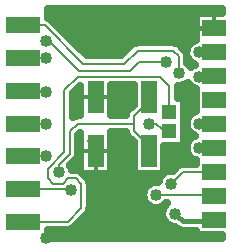
<source format=gbl>
G04 DipTrace 3.3.1.1*
G04 Bottom.gbl*
%MOIN*%
G04 #@! TF.FileFunction,Copper,L2,Bot*
G04 #@! TF.Part,Single*
G04 #@! TA.AperFunction,Conductor*
%ADD13C,0.008*%
%ADD14C,0.017*%
G04 #@! TA.AperFunction,CopperBalancing*
%ADD16C,0.025*%
%ADD17C,0.012992*%
%ADD21R,0.05X0.05*%
%ADD22R,0.11811X0.0545*%
%ADD24R,0.055118X0.109646*%
%ADD28R,0.07874X0.055*%
G04 #@! TA.AperFunction,ViaPad*
%ADD31C,0.04*%
%FSLAX26Y26*%
G04*
G70*
G90*
G75*
G01*
G04 Bottom*
%LPD*%
X531201Y424950D2*
D14*
X556202D1*
X558702Y427450D1*
X584201D1*
X750451Y593701D1*
X774951D1*
X799951Y743701D2*
Y756201D1*
X674951Y1056201D2*
X687451D1*
X806201Y1174950D1*
X697786Y716535D2*
Y739615D1*
X687451Y749950D1*
X1093701Y1124950D2*
X1024950D1*
X531201Y806201D2*
D13*
Y806396D1*
X456345D1*
Y1024396D2*
X531201D1*
Y1024950D1*
X616701Y586701D2*
X615005Y588396D1*
X456345D1*
X531201Y699950D2*
Y697396D1*
X489951D1*
X531201Y699950D2*
X458899D1*
X456345Y697396D1*
X531201Y912450D2*
Y915396D1*
X456345D1*
X531201Y912450D2*
X459291D1*
X456345Y915396D1*
X531201Y1081201D2*
X543701D1*
X643701Y981201D1*
X812451D1*
X843701Y1012450D1*
X931201D1*
X456345Y1133396D2*
X529005D1*
X656201Y1006201D1*
X793701D1*
X837451Y1049950D1*
X956201D1*
X974951Y1031201D1*
Y974950D1*
X1093701Y484950D2*
D14*
Y481201D1*
X987450D1*
X968701Y499950D1*
X962451D1*
Y506201D1*
X1093701Y564950D2*
D13*
Y568701D1*
X899951D1*
X949951Y606201D2*
X987451Y643701D1*
X1093701D1*
Y644950D1*
X1043701Y962450D2*
X1093701D1*
Y964950D1*
Y1044950D2*
Y1043701D1*
X1043701D1*
Y724950D2*
X1093701D1*
X1043701Y806201D2*
X1093701D1*
Y804950D1*
X868701Y912450D2*
Y899951D1*
X874951Y893701D1*
X856201Y899950D2*
X868701Y912450D1*
X874951Y716535D2*
Y731199D1*
X824951Y781201D1*
Y806201D1*
Y831201D1*
X887451Y893701D1*
X874951D1*
X574951Y643701D2*
Y668702D1*
X612450Y706201D1*
Y781199D1*
X637451Y806201D1*
X824951D1*
X874951D2*
X899950D1*
X918701Y787450D1*
X943701D1*
Y781201D1*
X456345Y479396D2*
X604399D1*
X649951Y524949D1*
Y606199D1*
X631201Y624950D1*
X606201D1*
X587451Y606201D1*
X556201D1*
X537450Y624951D1*
Y656199D1*
X593701Y712450D1*
Y918699D1*
X637451Y962450D1*
X912451D1*
X943701Y931201D1*
Y843503D1*
D31*
X799951Y743701D3*
X1043701Y806201D3*
Y724950D3*
X687451Y749950D3*
X806201Y1174950D3*
X874951Y806201D3*
X531201Y424950D3*
X987451Y1106201D3*
X931201Y1174950D3*
X868701Y912450D3*
X574951Y643701D3*
X531201Y912450D3*
Y806201D3*
Y699950D3*
X674951Y1056201D3*
X681201Y468701D3*
X793701D3*
X774951Y593701D3*
X531201Y1024950D3*
X616701Y586701D3*
X931201Y1012450D3*
X531201Y1081201D3*
X974951Y974950D3*
X962451Y506201D3*
X899951Y568701D3*
X949951Y606201D3*
X1043701Y962450D3*
Y1043701D3*
X787451Y887450D3*
X541404Y1162581D2*
D16*
X1028341D1*
X566093Y1137713D2*
X1028341D1*
X590961Y1112844D2*
X1028341D1*
X615828Y1087975D2*
X1028341D1*
X640697Y1063106D2*
X809232D1*
X984430D2*
X1002253D1*
X665564Y1038238D2*
X784365D1*
X630290Y913894D2*
X644236D1*
X751364D2*
X821396D1*
X973702D2*
X1028341D1*
X623688Y889025D2*
X644236D1*
X751364D2*
X821396D1*
X994694D2*
X1028341D1*
X623688Y864156D2*
X644236D1*
X751364D2*
X816517D1*
X994694D2*
X1028341D1*
X623688Y839287D2*
X644236D1*
X751364D2*
X796171D1*
X994694D2*
X1012946D1*
X751364Y764681D2*
X800476D1*
X994694D2*
X1023496D1*
X751364Y739812D2*
X821396D1*
X751364Y714944D2*
X821396D1*
X928524D2*
X998881D1*
X751364Y690075D2*
X821396D1*
X928524D2*
X1015207D1*
X615255Y665206D2*
X644236D1*
X751364D2*
X821396D1*
X928524D2*
X967804D1*
X751364Y640337D2*
X821396D1*
X678339Y615469D2*
X904936D1*
X679954Y590600D2*
X859865D1*
X679954Y565731D2*
X854051D1*
X679954Y540862D2*
X864028D1*
X678446Y515993D2*
X917567D1*
X657526Y491125D2*
X919146D1*
X632659Y466256D2*
X942722D1*
X541404Y441387D2*
X1028341D1*
X992201Y795001D2*
Y732701D1*
X925995D1*
X926010Y642530D1*
X930203Y644959D1*
X936509Y647572D1*
X943147Y649165D1*
X949951Y649701D1*
X954306Y649455D1*
X969592Y664612D1*
X973083Y667148D1*
X976928Y669108D1*
X981031Y670441D1*
X985294Y671115D1*
X1030836Y671201D1*
X1030831Y683387D1*
X1023953Y686192D1*
X1018133Y689759D1*
X1012942Y694192D1*
X1008509Y699382D1*
X1004942Y705202D1*
X1002329Y711508D1*
X1000736Y718146D1*
X1000201Y724950D1*
X1000736Y731755D1*
X1002329Y738392D1*
X1004942Y744698D1*
X1008509Y750518D1*
X1012942Y755709D1*
X1018133Y760142D1*
X1023953Y763709D1*
X1028193Y765559D1*
X1023953Y767442D1*
X1018133Y771009D1*
X1012942Y775442D1*
X1008509Y780633D1*
X1004942Y786453D1*
X1002329Y792759D1*
X1000736Y799396D1*
X1000201Y806201D1*
X1000736Y813005D1*
X1002329Y819643D1*
X1004942Y825949D1*
X1008509Y831769D1*
X1012942Y836959D1*
X1018133Y841392D1*
X1023953Y844959D1*
X1030836Y847735D1*
X1030831Y920875D1*
X1023953Y923692D1*
X1018133Y927259D1*
X1012942Y931692D1*
X1008509Y936882D1*
X1004702Y943223D1*
X1000520Y939759D1*
X994699Y936192D1*
X988394Y933579D1*
X981756Y931986D1*
X974951Y931450D1*
X971207Y931623D1*
X971201Y891979D1*
X992201Y892003D1*
X992165Y795003D1*
X538900Y451883D2*
Y428646D1*
X537429D1*
X537451Y424959D1*
X1118727Y424950D1*
X1118701Y433945D1*
X1030831Y433950D1*
Y449201D1*
X984940Y449299D1*
X979980Y450085D1*
X975205Y451636D1*
X970730Y453916D1*
X966668Y456867D1*
X960636Y462760D1*
X955647Y463236D1*
X949009Y464829D1*
X942703Y467442D1*
X936883Y471009D1*
X931693Y475442D1*
X927260Y480633D1*
X923693Y486453D1*
X921080Y492759D1*
X919487Y499396D1*
X918951Y506201D1*
X919487Y513005D1*
X921080Y519643D1*
X923693Y525949D1*
X927260Y531769D1*
X931693Y536959D1*
X936642Y541203D1*
X933029Y540450D1*
X928202Y535623D1*
X922680Y531612D1*
X916598Y528512D1*
X910106Y526403D1*
X903365Y525335D1*
X896538D1*
X889797Y526403D1*
X883304Y528512D1*
X877223Y531612D1*
X871701Y535623D1*
X866874Y540450D1*
X862862Y545972D1*
X859762Y552054D1*
X857654Y558546D1*
X856585Y565287D1*
Y572114D1*
X857654Y578856D1*
X859762Y585348D1*
X862862Y591429D1*
X866874Y596951D1*
X871701Y601778D1*
X877223Y605790D1*
X883304Y608890D1*
X889797Y610999D1*
X896538Y612067D1*
X903365D1*
X906795Y611657D1*
X907654Y616356D1*
X909762Y622848D1*
X912862Y628929D1*
X916874Y634451D1*
X920554Y638219D1*
X823892Y638213D1*
Y743388D1*
X804039Y763340D1*
X801503Y766832D1*
X799545Y770676D1*
X798210Y774781D1*
X797392Y778701D1*
X748840D1*
X748845Y638213D1*
X656831D1*
X670862Y624059D1*
X673399Y620568D1*
X675358Y616723D1*
X676692Y612619D1*
X677366Y608357D1*
X677451Y524949D1*
X677113Y520647D1*
X676105Y516451D1*
X674454Y512465D1*
X672199Y508785D1*
X669391Y505497D1*
X622259Y458486D1*
X618768Y455949D1*
X614923Y453990D1*
X610819Y452656D1*
X606556Y451980D1*
X538911Y451896D1*
X537469Y1184146D2*
X538900D1*
Y1159063D1*
X543374Y1156844D1*
X546865Y1154307D1*
X619904Y1081388D1*
X667581Y1033711D1*
X782333Y1033701D1*
X819592Y1070861D1*
X823083Y1073398D1*
X826928Y1075357D1*
X831031Y1076690D1*
X835294Y1077365D1*
X938501Y1077450D1*
X958357Y1077365D1*
X962619Y1076690D1*
X966723Y1075357D1*
X970568Y1073398D1*
X974060Y1070862D1*
X995862Y1049060D1*
X998399Y1045570D1*
X999458Y1043678D1*
X1000201Y1043701D1*
X1000736Y1050505D1*
X1002329Y1057143D1*
X1004942Y1063449D1*
X1008509Y1069269D1*
X1012942Y1074459D1*
X1018133Y1078892D1*
X1023953Y1082459D1*
X1030836Y1085235D1*
X1030831Y1175950D1*
X1118697D1*
X1118701Y1187441D1*
X537425Y1187450D1*
X611856Y666707D2*
X615140Y660348D1*
X617249Y653856D1*
X617528Y652455D1*
X633358Y652365D1*
X637621Y651690D1*
X641724Y650357D1*
X645576Y648394D1*
X646727Y649236D1*
Y776589D1*
X639972Y769831D1*
X639865Y704043D1*
X639190Y699781D1*
X637857Y695677D1*
X635898Y691832D1*
X633361Y688341D1*
X611875Y666735D1*
X823892Y869025D2*
Y934980D1*
X748856Y934950D1*
X748845Y833705D1*
X797530Y833701D1*
X798797Y839698D1*
X800448Y843685D1*
X802703Y847365D1*
X805505Y850646D1*
X823902Y869042D1*
X646727Y833701D2*
Y932841D1*
X621196Y907303D1*
X621286Y828449D1*
X624966Y830703D1*
X628953Y832354D1*
X633148Y833362D1*
X637451Y833701D1*
X646745D1*
X1002458Y1008614D2*
X1005710Y1005709D1*
X1010143Y1000518D1*
X1013950Y994177D1*
X1018133Y997642D1*
X1023953Y1001209D1*
X1028193Y1003059D1*
X1023953Y1004942D1*
X1018133Y1008509D1*
X1012942Y1012942D1*
X1008509Y1018133D1*
X1004942Y1023953D1*
X1002454Y1029920D1*
X1002451Y1008630D1*
X697786Y716535D2*
D17*
Y638248D1*
X646762Y716535D2*
X748810D1*
X646762Y893701D2*
X748810D1*
X1093701Y1175913D2*
Y1124950D1*
X1030867D2*
X1093701D1*
D21*
X943701Y781201D3*
Y843503D3*
D22*
X456345Y479396D3*
Y588396D3*
Y697396D3*
Y806396D3*
Y915396D3*
Y1024396D3*
Y1133396D3*
D24*
X874951Y893701D3*
Y716535D3*
X697786D3*
Y893701D3*
D28*
X1093701Y1124950D3*
Y1044950D3*
Y964950D3*
Y884950D3*
Y804950D3*
Y724950D3*
Y644950D3*
Y564950D3*
Y484950D3*
M02*

</source>
